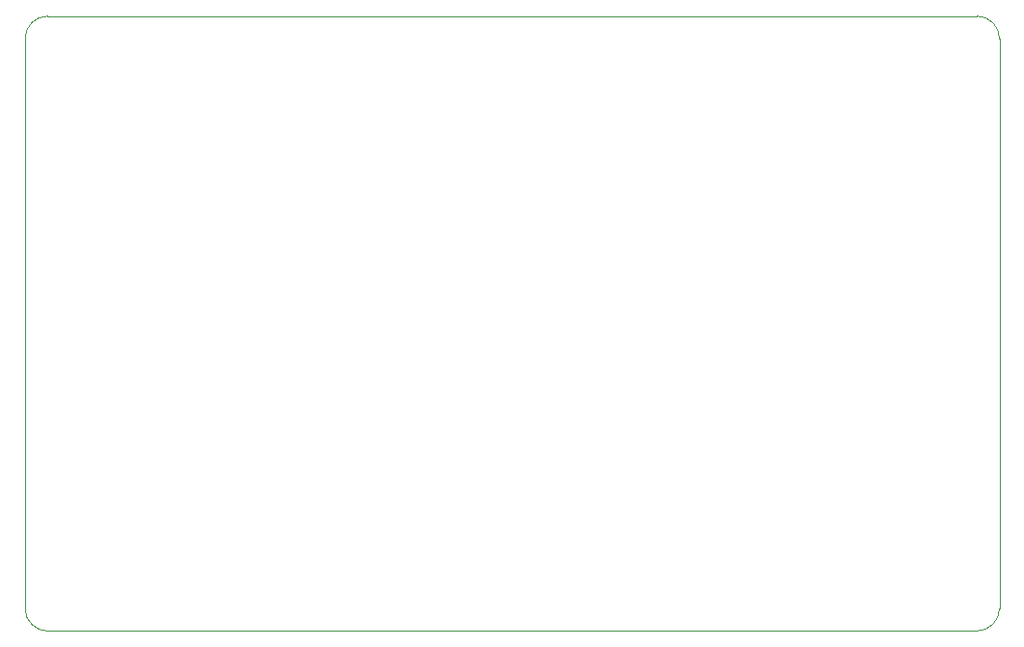
<source format=gbr>
%TF.GenerationSoftware,KiCad,Pcbnew,(6.0.11-0)*%
%TF.CreationDate,2024-05-30T12:09:29+08:00*%
%TF.ProjectId,tinyAVR-business-card,74696e79-4156-4522-9d62-7573696e6573,rev?*%
%TF.SameCoordinates,Original*%
%TF.FileFunction,Profile,NP*%
%FSLAX46Y46*%
G04 Gerber Fmt 4.6, Leading zero omitted, Abs format (unit mm)*
G04 Created by KiCad (PCBNEW (6.0.11-0)) date 2024-05-30 12:09:29*
%MOMM*%
%LPD*%
G01*
G04 APERTURE LIST*
%TA.AperFunction,Profile*%
%ADD10C,0.100000*%
%TD*%
G04 APERTURE END LIST*
D10*
X171500000Y-62000000D02*
X171500000Y-112000000D01*
X169500000Y-114000000D02*
G75*
G03*
X171500000Y-112000000I0J2000000D01*
G01*
X88000000Y-60000000D02*
X169500000Y-60000000D01*
X171500000Y-62000000D02*
G75*
G03*
X169500000Y-60000000I-2000000J0D01*
G01*
X169500000Y-114000000D02*
X88000000Y-114000000D01*
X88000000Y-60000000D02*
G75*
G03*
X86000000Y-62000000I0J-2000000D01*
G01*
X86000000Y-112000000D02*
X86000000Y-62000000D01*
X86000000Y-112000000D02*
G75*
G03*
X88000000Y-114000000I2000000J0D01*
G01*
M02*

</source>
